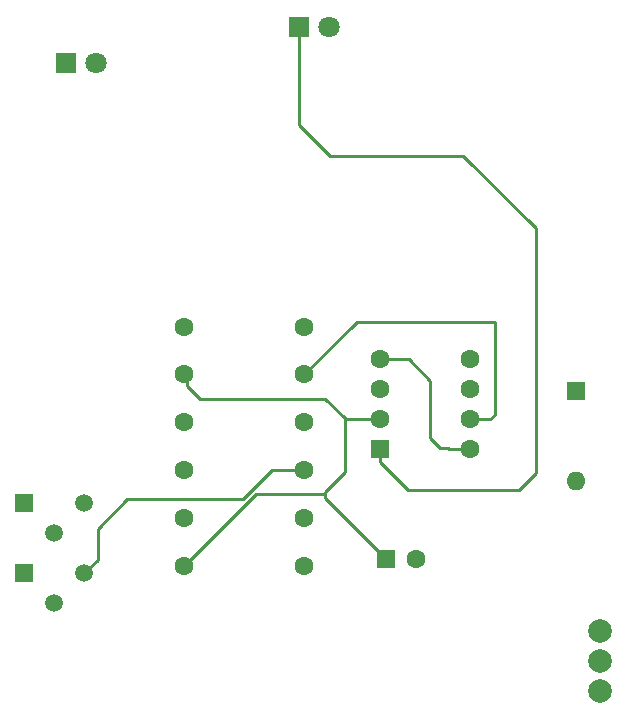
<source format=gbr>
%TF.GenerationSoftware,KiCad,Pcbnew,9.0.6*%
%TF.CreationDate,2025-11-30T13:40:04+01:00*%
%TF.ProjectId,Pinguin,50696e67-7569-46e2-9e6b-696361645f70,rev?*%
%TF.SameCoordinates,Original*%
%TF.FileFunction,Copper,L1,Top*%
%TF.FilePolarity,Positive*%
%FSLAX46Y46*%
G04 Gerber Fmt 4.6, Leading zero omitted, Abs format (unit mm)*
G04 Created by KiCad (PCBNEW 9.0.6) date 2025-11-30 13:40:04*
%MOMM*%
%LPD*%
G01*
G04 APERTURE LIST*
G04 Aperture macros list*
%AMRoundRect*
0 Rectangle with rounded corners*
0 $1 Rounding radius*
0 $2 $3 $4 $5 $6 $7 $8 $9 X,Y pos of 4 corners*
0 Add a 4 corners polygon primitive as box body*
4,1,4,$2,$3,$4,$5,$6,$7,$8,$9,$2,$3,0*
0 Add four circle primitives for the rounded corners*
1,1,$1+$1,$2,$3*
1,1,$1+$1,$4,$5*
1,1,$1+$1,$6,$7*
1,1,$1+$1,$8,$9*
0 Add four rect primitives between the rounded corners*
20,1,$1+$1,$2,$3,$4,$5,0*
20,1,$1+$1,$4,$5,$6,$7,0*
20,1,$1+$1,$6,$7,$8,$9,0*
20,1,$1+$1,$8,$9,$2,$3,0*%
G04 Aperture macros list end*
%TA.AperFunction,ComponentPad*%
%ADD10RoundRect,0.250000X-0.550000X-0.550000X0.550000X-0.550000X0.550000X0.550000X-0.550000X0.550000X0*%
%TD*%
%TA.AperFunction,ComponentPad*%
%ADD11C,1.600000*%
%TD*%
%TA.AperFunction,ComponentPad*%
%ADD12C,2.000000*%
%TD*%
%TA.AperFunction,ComponentPad*%
%ADD13R,1.500000X1.500000*%
%TD*%
%TA.AperFunction,ComponentPad*%
%ADD14C,1.500000*%
%TD*%
%TA.AperFunction,ComponentPad*%
%ADD15R,1.600000X1.600000*%
%TD*%
%TA.AperFunction,ComponentPad*%
%ADD16O,1.600000X1.600000*%
%TD*%
%TA.AperFunction,ComponentPad*%
%ADD17R,1.800000X1.800000*%
%TD*%
%TA.AperFunction,ComponentPad*%
%ADD18C,1.800000*%
%TD*%
%TA.AperFunction,Conductor*%
%ADD19C,0.250000*%
%TD*%
G04 APERTURE END LIST*
D10*
%TO.P,NE555,1,GND*%
%TO.N,Net-(D1-K)*%
X113800000Y-102250000D03*
D11*
%TO.P,NE555,2,TR*%
%TO.N,Net-(D3-K)*%
X113800000Y-99710000D03*
%TO.P,NE555,3,Q*%
%TO.N,unconnected-(U1-Q-Pad3)*%
X113800000Y-97170000D03*
%TO.P,NE555,4,R*%
%TO.N,Net-(S1-E)*%
X113800000Y-94630000D03*
%TO.P,NE555,5,CV*%
%TO.N,unconnected-(U1-CV-Pad5)*%
X121420000Y-94630000D03*
%TO.P,NE555,6,THR*%
%TO.N,Net-(D3-K)*%
X121420000Y-97170000D03*
%TO.P,NE555,7,DIS*%
%TO.N,Net-(D3-A)*%
X121420000Y-99710000D03*
%TO.P,NE555,8,VCC*%
%TO.N,Net-(S1-E)*%
X121420000Y-102250000D03*
%TD*%
D12*
%TO.P,S1,1,A*%
%TO.N,Net-(S1-A-Pad1)*%
X132450000Y-122700000D03*
%TO.P,S1,2,E*%
%TO.N,Net-(S1-E)*%
X132450000Y-120160000D03*
%TO.P,S1,3,A*%
%TO.N,unconnected-(S1-A-Pad3)*%
X132450000Y-117620000D03*
%TD*%
D11*
%TO.P,R7,1*%
%TO.N,Net-(D3-K)*%
X97220000Y-95900000D03*
%TO.P,R7,2*%
%TO.N,Net-(D3-A)*%
X107380000Y-95900000D03*
%TD*%
%TO.P,R6,1*%
%TO.N,Net-(S1-E)*%
X97220000Y-99950000D03*
%TO.P,R6,2*%
%TO.N,Net-(Q2-C)*%
X107380000Y-99950000D03*
%TD*%
%TO.P,R5,1*%
%TO.N,Net-(S1-E)*%
X97220000Y-104000000D03*
%TO.P,R5,2*%
%TO.N,Net-(Q1-C)*%
X107380000Y-104000000D03*
%TD*%
%TO.P,R4,1*%
%TO.N,Net-(Q1-B)*%
X97220000Y-108050000D03*
%TO.P,R4,2*%
%TO.N,Net-(D1-K)*%
X107380000Y-108050000D03*
%TD*%
%TO.P,R3,1*%
%TO.N,Net-(D3-K)*%
X97220000Y-112100000D03*
%TO.P,R3,2*%
%TO.N,Net-(Q1-B)*%
X107380000Y-112100000D03*
%TD*%
%TO.P,R1off1,1*%
%TO.N,Net-(S1-E)*%
X97220000Y-91850000D03*
%TO.P,R1off1,2*%
%TO.N,Net-(D3-A)*%
X107380000Y-91850000D03*
%TD*%
D13*
%TO.P,Q2,1,E*%
%TO.N,Net-(D1-A)*%
X83650000Y-106800000D03*
D14*
%TO.P,Q2,2,B*%
%TO.N,Net-(Q1-C)*%
X86190000Y-109340000D03*
%TO.P,Q2,3,C*%
%TO.N,Net-(Q2-C)*%
X88730000Y-106800000D03*
%TD*%
D13*
%TO.P,Q1,1,E*%
%TO.N,Net-(D1-K)*%
X83650000Y-112742385D03*
D14*
%TO.P,Q1,2,B*%
%TO.N,Net-(Q1-B)*%
X86190000Y-115282385D03*
%TO.P,Q1,3,C*%
%TO.N,Net-(Q1-C)*%
X88730000Y-112742385D03*
%TD*%
D15*
%TO.P,1N4148,1,K*%
%TO.N,Net-(D3-K)*%
X130400000Y-97300000D03*
D16*
%TO.P,1N4148,2,A*%
%TO.N,Net-(D3-A)*%
X130400000Y-104920000D03*
%TD*%
D17*
%TO.P,D2,1,K*%
%TO.N,Net-(D1-K)*%
X87250000Y-69500000D03*
D18*
%TO.P,D2,2,A*%
%TO.N,Net-(D1-A)*%
X89790000Y-69500000D03*
%TD*%
D17*
%TO.P,D1,1,K*%
%TO.N,Net-(D1-K)*%
X106950000Y-66500000D03*
D18*
%TO.P,D1,2,A*%
%TO.N,Net-(D1-A)*%
X109490000Y-66500000D03*
%TD*%
D10*
%TO.P,C1,1*%
%TO.N,Net-(D3-K)*%
X114350000Y-111550000D03*
D11*
%TO.P,C1,2*%
%TO.N,Net-(D1-K)*%
X116850000Y-111550000D03*
%TD*%
D19*
%TO.N,Net-(D1-K)*%
X106950000Y-74750000D02*
X106950000Y-66500000D01*
X109575000Y-77375000D02*
X106950000Y-74750000D01*
X120875000Y-77375000D02*
X109575000Y-77375000D01*
X127000000Y-83500000D02*
X120875000Y-77375000D01*
X127000000Y-104275000D02*
X127000000Y-83500000D01*
X125600000Y-105675000D02*
X127000000Y-104275000D01*
X125575000Y-105650000D02*
X125600000Y-105675000D01*
X116175000Y-105650000D02*
X125575000Y-105650000D01*
X113800000Y-103275000D02*
X116175000Y-105650000D01*
X113800000Y-102250000D02*
X113800000Y-103275000D01*
%TO.N,Net-(D3-A)*%
X123525000Y-99325000D02*
X123140000Y-99710000D01*
X123525000Y-91425000D02*
X123525000Y-99325000D01*
X123140000Y-99710000D02*
X121420000Y-99710000D01*
X111855000Y-91425000D02*
X123525000Y-91425000D01*
X107380000Y-95900000D02*
X111855000Y-91425000D01*
%TO.N,Net-(D3-K)*%
X109175000Y-106375000D02*
X109175000Y-106000000D01*
X114350000Y-111550000D02*
X109175000Y-106375000D01*
X110850000Y-104175000D02*
X110850000Y-99625000D01*
X103320000Y-106000000D02*
X109175000Y-106000000D01*
X97220000Y-112100000D02*
X103320000Y-106000000D01*
X109175000Y-106000000D02*
X109175000Y-105850000D01*
X110850000Y-99625000D02*
X109175000Y-97950000D01*
X109175000Y-105850000D02*
X110850000Y-104175000D01*
X97475000Y-96850000D02*
X97475000Y-96155000D01*
X97500000Y-96850000D02*
X97475000Y-96850000D01*
X98600000Y-97950000D02*
X97500000Y-96850000D01*
X109175000Y-97950000D02*
X98600000Y-97950000D01*
X97475000Y-96155000D02*
X97220000Y-95900000D01*
X110935000Y-99710000D02*
X110850000Y-99625000D01*
X113800000Y-99710000D02*
X110935000Y-99710000D01*
%TO.N,Net-(Q1-C)*%
X89900000Y-108950000D02*
X89900000Y-111572385D01*
X92425000Y-106425000D02*
X89900000Y-108950000D01*
X89900000Y-111572385D02*
X88730000Y-112742385D01*
X102225000Y-106425000D02*
X92425000Y-106425000D01*
X107380000Y-104000000D02*
X104650000Y-104000000D01*
X104650000Y-104000000D02*
X102225000Y-106425000D01*
%TO.N,Net-(S1-E)*%
X118075000Y-101275000D02*
X118925000Y-102125000D01*
X118075000Y-96425000D02*
X118075000Y-101275000D01*
X119525000Y-102125000D02*
X119650000Y-102250000D01*
X119650000Y-102250000D02*
X121420000Y-102250000D01*
X118925000Y-102125000D02*
X119525000Y-102125000D01*
X116275000Y-94625000D02*
X118075000Y-96425000D01*
X116270000Y-94630000D02*
X116275000Y-94625000D01*
X113800000Y-94630000D02*
X116270000Y-94630000D01*
%TD*%
M02*

</source>
